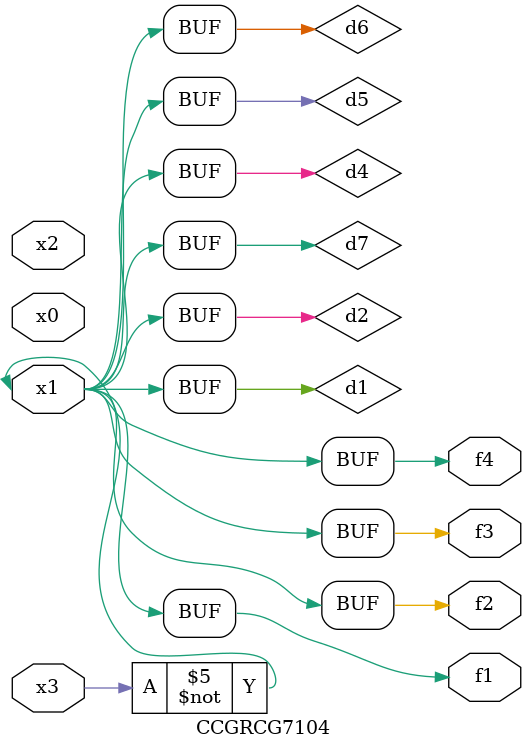
<source format=v>
module CCGRCG7104(
	input x0, x1, x2, x3,
	output f1, f2, f3, f4
);

	wire d1, d2, d3, d4, d5, d6, d7;

	not (d1, x3);
	buf (d2, x1);
	xnor (d3, d1, d2);
	nor (d4, d1);
	buf (d5, d1, d2);
	buf (d6, d4, d5);
	nand (d7, d4);
	assign f1 = d6;
	assign f2 = d7;
	assign f3 = d6;
	assign f4 = d6;
endmodule

</source>
